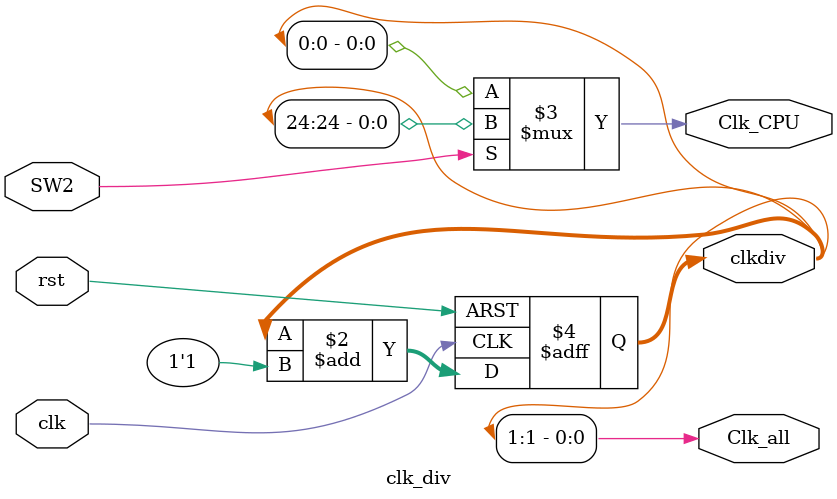
<source format=v>
`timescale 1ns / 1ps
module clk_div(input clk,
					input rst,
					input SW2,
					output reg[31:0]clkdiv,
					output Clk_CPU,
					output Clk_all
					);
					
// Clock divider-???????


	always @ (posedge clk or posedge rst) begin 
		if (rst) clkdiv <= 0; else clkdiv <= clkdiv + 1'b1; end
		
	assign Clk_CPU=(SW2)? clkdiv[24] : clkdiv[0];
	assign Clk_all = clkdiv[1];
endmodule

</source>
